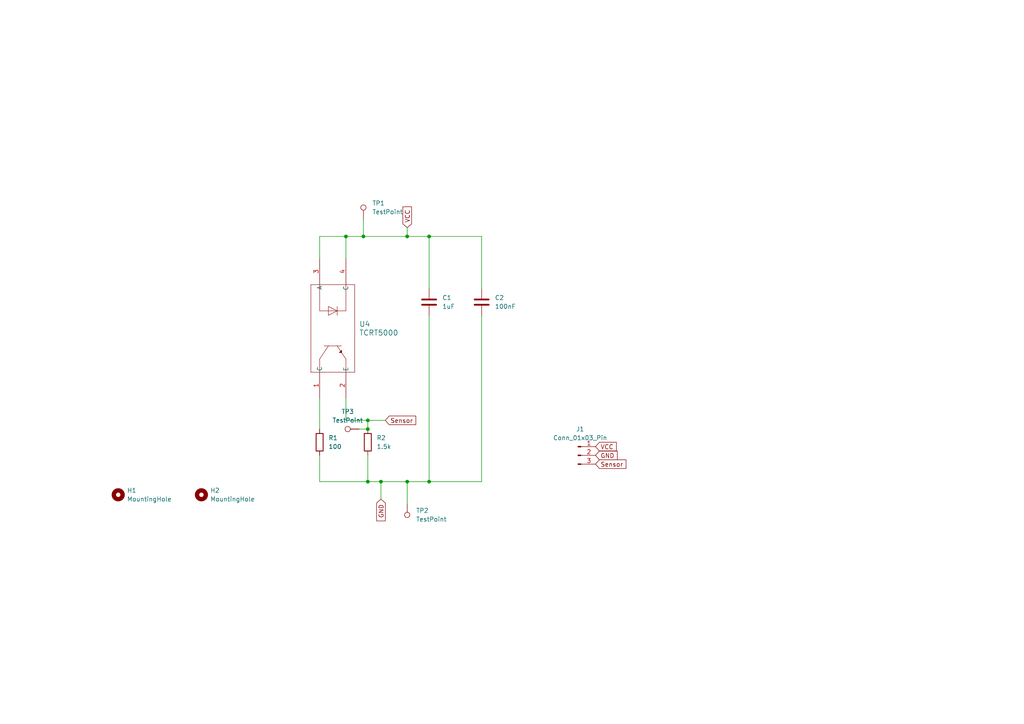
<source format=kicad_sch>
(kicad_sch (version 20231120) (generator "eeschema") (generator_version "8.0")
  (paper "A4")
  (lib_symbols
    (symbol "Connector:Conn_01x03_Pin" (pin_names (offset 1.016) hide)
      (property "Reference" "J" (at 0 5.08 0))
      (property "Value" "Conn_01x03_Pin" (at 0 -5.08 0))
      (symbol "Conn_01x03_Pin_1_1"
        (polyline (pts (xy 1.27 -2.54) (xy 0.8636 -2.54)) (stroke (width 0.1524)))
        (polyline (pts (xy 1.27 0) (xy 0.8636 0)) (stroke (width 0.1524)))
        (polyline (pts (xy 1.27 2.54) (xy 0.8636 2.54)) (stroke (width 0.1524)))
        (rectangle (start 0.8636 -2.413) (end 0 -2.667) (stroke (width 0.1524)) (fill (type outline)))
        (rectangle (start 0.8636 0.127) (end 0 -0.127) (stroke (width 0.1524)) (fill (type outline)))
        (rectangle (start 0.8636 2.667) (end 0 2.413) (stroke (width 0.1524)) (fill (type outline)))
        (pin passive line (at 5.08 2.54 180) (length 3.81) (name "Pin_1") (number "1"))
        (pin passive line (at 5.08 0 180) (length 3.81) (name "Pin_2") (number "2"))
        (pin passive line (at 5.08 -2.54 180) (length 3.81) (name "Pin_3") (number "3"))
      )
    )
    (symbol "Connector:TestPoint" (pin_numbers hide) (pin_names (offset 0.762) hide)
      (property "Reference" "TP" (at 0 6.858 0))
      (property "Value" "TestPoint" (at 0 5.08 0))
      (symbol "TestPoint_0_1"
        (circle (center 0 3.302) (radius 0.762))
      )
      (symbol "TestPoint_1_1"
        (pin passive line (at 0 0 90) (length 2.54) (name "1") (number "1"))
      )
    )
    (symbol "Device:C" (pin_numbers hide) (pin_names (offset 0.254))
      (property "Reference" "C" (at 0.635 2.54 0))
      (property "Value" "C" (at 0.635 -2.54 0))
      (symbol "C_0_1"
        (polyline (pts (xy -2.032 -0.762) (xy 2.032 -0.762)) (stroke (width 0.508)))
        (polyline (pts (xy -2.032 0.762) (xy 2.032 0.762)) (stroke (width 0.508)))
      )
      (symbol "C_1_1"
        (pin passive line (at 0 3.81 270) (length 2.794) (name "~") (number "1"))
        (pin passive line (at 0 -3.81 90) (length 2.794) (name "~") (number "2"))
      )
    )
    (symbol "Device:R" (pin_numbers hide) (pin_names (offset 0))
      (property "Reference" "R" (at 2.032 0 90))
      (property "Value" "R" (at 0 0 90))
      (symbol "R_0_1"
        (rectangle (start -1.016 -2.54) (end 1.016 2.54) (stroke (width 0.254)))
      )
      (symbol "R_1_1"
        (pin passive line (at 0 3.81 270) (length 1.27) (name "~") (number "1"))
        (pin passive line (at 0 -3.81 90) (length 1.27) (name "~") (number "2"))
      )
    )
    (symbol "Mechanical:MountingHole" (pin_names (offset 1.016)) (exclude_from_sim yes) (in_bom no)
      (property "Reference" "H" (at 0 5.08 0))
      (property "Value" "MountingHole" (at 0 3.175 0))
      (symbol "MountingHole_0_1"
        (circle (center 0 0) (radius 1.27) (stroke (width 1.27)))
      )
    )
    (symbol "tcrt5000:TCRT5000" (pin_names (offset 0.254))
      (property "Reference" "U" (at 20.32 7.62 0))
      (property "Value" "TCRT5000" (at 20.32 5.08 0))
      (symbol "TCRT5000_0_1"
        (polyline (pts (xy 7.62 -10.16) (xy 33.02 -10.16)) (stroke (width 0.127)))
        (polyline (pts (xy 7.62 -7.62) (xy 11.43 -7.62)) (stroke (width 0.127)))
        (polyline (pts (xy 7.62 0) (xy 11.43 0)) (stroke (width 0.127)))
        (polyline (pts (xy 7.62 2.54) (xy 7.62 -10.16)) (stroke (width 0.127)))
        (polyline (pts (xy 11.43 -7.62) (xy 15.24 -5.08)) (stroke (width 0.127)))
        (polyline (pts (xy 11.43 0) (xy 15.24 -2.54)) (stroke (width 0.127)))
        (polyline (pts (xy 13.335 -6.35) (xy 13.335 -5.715)) (stroke (width 0.127)))
        (polyline (pts (xy 13.335 -6.35) (xy 13.97 -6.35)) (stroke (width 0.127)))
        (polyline (pts (xy 13.97 -6.35) (xy 13.335 -5.715)) (stroke (width 0.127)))
        (polyline (pts (xy 15.24 -1.27) (xy 15.24 -6.35)) (stroke (width 0.127)))
        (polyline (pts (xy 24.13 -5.08) (xy 26.67 -5.08)) (stroke (width 0.127)))
        (polyline (pts (xy 24.13 -2.54) (xy 25.4 -5.08)) (stroke (width 0.127)))
        (polyline (pts (xy 24.13 -2.54) (xy 26.67 -2.54)) (stroke (width 0.127)))
        (polyline (pts (xy 25.4 -7.62) (xy 25.4 0)) (stroke (width 0.127)))
        (polyline (pts (xy 25.4 -5.08) (xy 26.67 -2.54)) (stroke (width 0.127)))
        (polyline (pts (xy 33.02 -10.16) (xy 33.02 2.54)) (stroke (width 0.127)))
        (polyline (pts (xy 33.02 -7.62) (xy 25.4 -7.62)) (stroke (width 0.127)))
        (polyline (pts (xy 33.02 0) (xy 25.4 0)) (stroke (width 0.127)))
        (polyline (pts (xy 33.02 2.54) (xy 7.62 2.54)) (stroke (width 0.127)))
        (polyline (pts (xy 13.335 -5.715) (xy 13.335 -6.35) (xy 13.97 -6.35)) (fill (type outline)))
        (pin unspecified line (at 0 0 0) (length 7.62) (name "C") (number "1"))
        (pin unspecified line (at 0 -7.62 0) (length 7.62) (name "E") (number "2"))
        (pin unspecified line (at 40.64 0 180) (length 7.62) (name "A") (number "3"))
        (pin unspecified line (at 40.64 -7.62 180) (length 7.62) (name "C") (number "4"))
      )
    )
  )
  (junction (at 118.11 139.7))
  (junction (at 124.46 139.7))
  (junction (at 106.68 124.46))
  (junction (at 118.11 68.58))
  (junction (at 110.49 139.7))
  (junction (at 124.46 68.58))
  (junction (at 106.68 139.7))
  (junction (at 106.68 121.92))
  (junction (at 105.41 68.58))
  (junction (at 100.33 68.58))
  (no_connect (at 280.67 -6.35))
  (wire (pts (xy 110.49 139.7) (xy 118.11 139.7)))
  (wire (pts (xy 106.68 132.08) (xy 106.68 139.7)))
  (wire (pts (xy 92.71 115.57) (xy 92.71 124.46)))
  (wire (pts (xy 124.46 91.44) (xy 124.46 139.7)))
  (wire (pts (xy 124.46 139.7) (xy 139.7 139.7)))
  (wire (pts (xy 100.33 68.58) (xy 105.41 68.58)))
  (wire (pts (xy 100.33 68.58) (xy 92.71 68.58)))
  (wire (pts (xy 92.71 132.08) (xy 92.71 139.7)))
  (wire (pts (xy 104.14 124.46) (xy 106.68 124.46)))
  (wire (pts (xy 100.33 121.92) (xy 100.33 115.57)))
  (wire (pts (xy 118.11 68.58) (xy 124.46 68.58)))
  (wire (pts (xy 92.71 139.7) (xy 106.68 139.7)))
  (wire (pts (xy 124.46 83.82) (xy 124.46 68.58)))
  (wire (pts (xy 105.41 68.58) (xy 118.11 68.58)))
  (wire (pts (xy 106.68 121.92) (xy 111.76 121.92)))
  (wire (pts (xy 118.11 66.04) (xy 118.11 68.58)))
  (wire (pts (xy 110.49 139.7) (xy 110.49 144.78)))
  (wire (pts (xy 106.68 139.7) (xy 110.49 139.7)))
  (wire (pts (xy 118.11 139.7) (xy 118.11 146.05)))
  (wire (pts (xy 139.7 68.58) (xy 139.7 83.82)))
  (wire (pts (xy 100.33 121.92) (xy 106.68 121.92)))
  (wire (pts (xy 124.46 68.58) (xy 139.7 68.58)))
  (wire (pts (xy 106.68 124.46) (xy 106.68 121.92)))
  (wire (pts (xy 139.7 91.44) (xy 139.7 139.7)))
  (wire (pts (xy 92.71 68.58) (xy 92.71 74.93)))
  (wire (pts (xy 105.41 63.5) (xy 105.41 68.58)))
  (wire (pts (xy 118.11 139.7) (xy 124.46 139.7)))
  (wire (pts (xy 100.33 68.58) (xy 100.33 74.93)))
  (global_label "VCC" (shape input) (at 172.72 129.54 0) (property "Intersheetrefs" "${INTERSHEET_REFS}" (effects (hide yes))))
  (global_label "VCC" (shape input) (at 118.11 66.04 90) (property "Intersheetrefs" "${INTERSHEET_REFS}" (effects (hide yes))))
  (global_label "GND" (shape input) (at 110.49 144.78 270) (property "Intersheetrefs" "${INTERSHEET_REFS}" (effects (hide yes))))
  (global_label "GND" (shape input) (at 172.72 132.08 0) (property "Intersheetrefs" "${INTERSHEET_REFS}" (effects (hide yes))))
  (global_label "Sensor" (shape input) (at 111.76 121.92 0) (property "Intersheetrefs" "${INTERSHEET_REFS}" (effects (hide yes))))
  (global_label "Sensor" (shape input) (at 172.72 134.62 0) (property "Intersheetrefs" "${INTERSHEET_REFS}" (effects (hide yes))))
  (symbol (lib_id "Connector:TestPoint") (at 104.14 124.46 90) (unit 1)
    (property "Reference" "TP3" (at 100.838 119.38 90))
    (property "Value" "TestPoint" (at 100.838 121.92 90))
    (property "Footprint" "TestPoint:TestPoint_Pad_3.0x3.0mm" (effects (hide yes)))
    (property "Description" "test point" (effects (hide yes)))
  )
  (symbol (lib_id "tcrt5000:TCRT5000") (at 92.71 115.57 90) (unit 1)
    (property "Reference" "U4" (at 104.14 93.9799 90) (effects (font (size 1.524 1.524)) (justify right)))
    (property "Value" "TCRT5000" (at 104.14 96.5199 90) (effects (font (size 1.524 1.524)) (justify right)))
    (property "Footprint" "LFR_Footprint:Sensor" (effects (hide yes)))
    (property "Datasheet" "TCRT5000" (effects (hide yes)))
  )
  (symbol (lib_id "Connector:TestPoint") (at 118.11 146.05 180) (unit 1)
    (property "Reference" "TP2" (at 120.65 148.0819 0) (effects (justify right)))
    (property "Value" "TestPoint" (at 120.65 150.6219 0) (effects (justify right)))
    (property "Footprint" "TestPoint:TestPoint_Pad_3.0x3.0mm" (effects (hide yes)))
    (property "Description" "test point" (effects (hide yes)))
  )
  (symbol (lib_id "Mechanical:MountingHole") (at 58.42 143.51 0) (unit 1) (exclude_from_sim yes) (in_bom no)
    (property "Reference" "H2" (at 60.96 142.2399 0) (effects (justify left)))
    (property "Value" "MountingHole" (at 60.96 144.7799 0) (effects (justify left)))
    (property "Footprint" "MountingHole:MountingHole_3.2mm_M3" (effects (hide yes)))
    (property "Description" "Mounting Hole without connection" (effects (hide yes)))
  )
  (symbol (lib_id "Device:C") (at 139.7 87.63 0) (unit 1)
    (property "Reference" "C2" (at 143.51 86.3599 0) (effects (justify left)))
    (property "Value" "100nF" (at 143.51 88.8999 0) (effects (justify left)))
    (property "Footprint" "Capacitor_THT:C_Disc_D3.8mm_W2.6mm_P2.50mm" (effects (hide yes)))
    (property "Description" "Unpolarized capacitor" (effects (hide yes)))
  )
  (symbol (lib_id "Mechanical:MountingHole") (at 34.29 143.51 0) (unit 1) (exclude_from_sim yes) (in_bom no)
    (property "Reference" "H1" (at 36.83 142.2399 0) (effects (justify left)))
    (property "Value" "MountingHole" (at 36.83 144.7799 0) (effects (justify left)))
    (property "Footprint" "MountingHole:MountingHole_3.2mm_M3" (effects (hide yes)))
    (property "Description" "Mounting Hole without connection" (effects (hide yes)))
  )
  (symbol (lib_id "Connector:TestPoint") (at 105.41 63.5 0) (unit 1)
    (property "Reference" "TP1" (at 107.95 58.9279 0) (effects (justify left)))
    (property "Value" "TestPoint" (at 107.95 61.4679 0) (effects (justify left)))
    (property "Footprint" "TestPoint:TestPoint_Pad_3.0x3.0mm" (effects (hide yes)))
    (property "Description" "test point" (effects (hide yes)))
  )
  (symbol (lib_id "Device:C") (at 124.46 87.63 0) (unit 1)
    (property "Reference" "C1" (at 128.27 86.3599 0) (effects (justify left)))
    (property "Value" "1uF" (at 128.27 88.8999 0) (effects (justify left)))
    (property "Footprint" "Capacitor_THT:C_Disc_D3.8mm_W2.6mm_P2.50mm" (effects (hide yes)))
    (property "Description" "Unpolarized capacitor" (effects (hide yes)))
  )
  (symbol (lib_id "Connector:Conn_01x03_Pin") (at 167.64 132.08 0) (unit 1)
    (property "Reference" "J1" (at 168.275 124.46 0))
    (property "Value" "Conn_01x03_Pin" (at 168.275 127 0))
    (property "Footprint" "Connector_PinSocket_2.54mm:PinSocket_1x03_P2.54mm_Vertical" (effects (hide yes)))
    (property "Description" "Generic connector, single row, 01x03, script generated" (effects (hide yes)))
  )
  (symbol (lib_id "Device:R") (at 106.68 128.27 0) (unit 1)
    (property "Reference" "R2" (at 109.22 126.9999 0) (effects (justify left)))
    (property "Value" "1.5k" (at 109.22 129.5399 0) (effects (justify left)))
    (property "Footprint" "LFR_Footprint:Throughhole Resistor" (effects (hide yes)))
    (property "Description" "Resistor" (effects (hide yes)))
  )
  (symbol (lib_id "Device:R") (at 92.71 128.27 0) (unit 1)
    (property "Reference" "R1" (at 95.25 126.9999 0) (effects (justify left)))
    (property "Value" "100" (at 95.25 129.5399 0) (effects (justify left)))
    (property "Footprint" "LFR_Footprint:Throughhole Resistor" (effects (hide yes)))
    (property "Description" "Resistor" (effects (hide yes)))
  )
)
</source>
